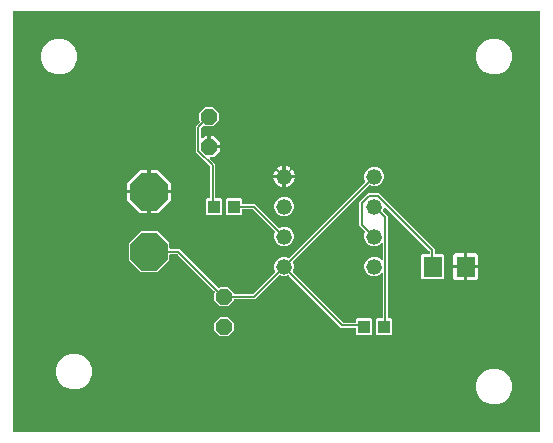
<source format=gbr>
G04 EAGLE Gerber RS-274X export*
G75*
%MOMM*%
%FSLAX34Y34*%
%LPD*%
%INTop Copper*%
%IPPOS*%
%AMOC8*
5,1,8,0,0,1.08239X$1,22.5*%
G01*
%ADD10R,1.600000X1.800000*%
%ADD11P,3.409096X8X202.500000*%
%ADD12C,1.320800*%
%ADD13P,1.429621X8X292.500000*%
%ADD14R,1.000000X1.100000*%
%ADD15C,0.152400*%

G36*
X469920Y37342D02*
X469920Y37342D01*
X469939Y37340D01*
X470041Y37362D01*
X470143Y37379D01*
X470160Y37388D01*
X470180Y37392D01*
X470269Y37445D01*
X470360Y37494D01*
X470374Y37508D01*
X470391Y37518D01*
X470458Y37597D01*
X470530Y37672D01*
X470538Y37690D01*
X470551Y37705D01*
X470590Y37801D01*
X470633Y37895D01*
X470635Y37915D01*
X470643Y37933D01*
X470661Y38100D01*
X470661Y393700D01*
X470658Y393720D01*
X470660Y393739D01*
X470638Y393841D01*
X470622Y393943D01*
X470612Y393960D01*
X470608Y393980D01*
X470555Y394069D01*
X470506Y394160D01*
X470492Y394174D01*
X470482Y394191D01*
X470403Y394258D01*
X470328Y394330D01*
X470310Y394338D01*
X470295Y394351D01*
X470199Y394390D01*
X470105Y394433D01*
X470085Y394435D01*
X470067Y394443D01*
X469900Y394461D01*
X25400Y394461D01*
X25380Y394458D01*
X25361Y394460D01*
X25259Y394438D01*
X25157Y394422D01*
X25140Y394412D01*
X25120Y394408D01*
X25031Y394355D01*
X24940Y394306D01*
X24926Y394292D01*
X24909Y394282D01*
X24842Y394203D01*
X24771Y394128D01*
X24762Y394110D01*
X24749Y394095D01*
X24710Y393999D01*
X24667Y393905D01*
X24665Y393885D01*
X24657Y393867D01*
X24639Y393700D01*
X24639Y38100D01*
X24642Y38080D01*
X24640Y38061D01*
X24662Y37959D01*
X24679Y37857D01*
X24688Y37840D01*
X24692Y37820D01*
X24745Y37731D01*
X24794Y37640D01*
X24808Y37626D01*
X24818Y37609D01*
X24897Y37542D01*
X24972Y37471D01*
X24990Y37462D01*
X25005Y37449D01*
X25101Y37410D01*
X25195Y37367D01*
X25215Y37365D01*
X25233Y37357D01*
X25400Y37339D01*
X469900Y37339D01*
X469920Y37342D01*
G37*
%LPC*%
G36*
X316068Y119975D02*
X316068Y119975D01*
X315175Y120868D01*
X315175Y124968D01*
X315172Y124988D01*
X315174Y125007D01*
X315152Y125109D01*
X315136Y125211D01*
X315126Y125228D01*
X315122Y125248D01*
X315069Y125337D01*
X315020Y125428D01*
X315006Y125442D01*
X314996Y125459D01*
X314917Y125526D01*
X314842Y125598D01*
X314824Y125606D01*
X314809Y125619D01*
X314713Y125658D01*
X314619Y125701D01*
X314599Y125703D01*
X314581Y125711D01*
X314414Y125729D01*
X302329Y125729D01*
X257935Y170123D01*
X257841Y170190D01*
X257747Y170261D01*
X257740Y170263D01*
X257735Y170266D01*
X257625Y170301D01*
X257513Y170337D01*
X257506Y170337D01*
X257500Y170339D01*
X257384Y170336D01*
X257267Y170335D01*
X257259Y170333D01*
X257255Y170332D01*
X257237Y170326D01*
X257106Y170288D01*
X255617Y169671D01*
X252383Y169671D01*
X250535Y170437D01*
X250422Y170463D01*
X250308Y170492D01*
X250302Y170491D01*
X250296Y170493D01*
X250179Y170482D01*
X250063Y170473D01*
X250057Y170470D01*
X250051Y170470D01*
X249943Y170422D01*
X249837Y170376D01*
X249831Y170372D01*
X249826Y170370D01*
X249812Y170357D01*
X249706Y170272D01*
X229547Y150113D01*
X212090Y150113D01*
X212070Y150110D01*
X212051Y150112D01*
X211949Y150090D01*
X211847Y150074D01*
X211830Y150064D01*
X211810Y150060D01*
X211721Y150007D01*
X211630Y149958D01*
X211616Y149944D01*
X211599Y149934D01*
X211532Y149855D01*
X211460Y149780D01*
X211452Y149762D01*
X211439Y149747D01*
X211400Y149651D01*
X211357Y149557D01*
X211355Y149537D01*
X211347Y149519D01*
X211329Y149352D01*
X211329Y149033D01*
X206567Y144271D01*
X199833Y144271D01*
X195071Y149033D01*
X195071Y155769D01*
X195126Y155854D01*
X195186Y155938D01*
X195192Y155957D01*
X195203Y155974D01*
X195228Y156074D01*
X195259Y156173D01*
X195258Y156193D01*
X195263Y156213D01*
X195255Y156316D01*
X195252Y156419D01*
X195246Y156438D01*
X195244Y156458D01*
X195204Y156553D01*
X195168Y156650D01*
X195156Y156666D01*
X195148Y156684D01*
X195043Y156815D01*
X163868Y187990D01*
X163794Y188043D01*
X163724Y188103D01*
X163694Y188115D01*
X163668Y188134D01*
X163581Y188161D01*
X163496Y188195D01*
X163455Y188199D01*
X163433Y188206D01*
X163401Y188205D01*
X163329Y188213D01*
X157734Y188213D01*
X157714Y188210D01*
X157695Y188212D01*
X157593Y188190D01*
X157491Y188174D01*
X157474Y188164D01*
X157454Y188160D01*
X157365Y188107D01*
X157274Y188058D01*
X157260Y188044D01*
X157243Y188034D01*
X157176Y187955D01*
X157104Y187880D01*
X157096Y187862D01*
X157083Y187847D01*
X157044Y187751D01*
X157001Y187657D01*
X156999Y187637D01*
X156991Y187619D01*
X156973Y187452D01*
X156973Y183345D01*
X146855Y173227D01*
X132545Y173227D01*
X122427Y183345D01*
X122427Y197655D01*
X132545Y207773D01*
X146855Y207773D01*
X156973Y197655D01*
X156973Y193548D01*
X156976Y193528D01*
X156974Y193509D01*
X156996Y193407D01*
X157012Y193305D01*
X157022Y193288D01*
X157026Y193268D01*
X157079Y193179D01*
X157128Y193088D01*
X157142Y193074D01*
X157152Y193057D01*
X157231Y192990D01*
X157306Y192918D01*
X157324Y192910D01*
X157339Y192897D01*
X157435Y192858D01*
X157529Y192815D01*
X157549Y192813D01*
X157567Y192805D01*
X157734Y192787D01*
X165539Y192787D01*
X198277Y160049D01*
X198293Y160037D01*
X198305Y160022D01*
X198393Y159966D01*
X198477Y159906D01*
X198496Y159900D01*
X198512Y159889D01*
X198613Y159864D01*
X198712Y159833D01*
X198732Y159834D01*
X198751Y159829D01*
X198854Y159837D01*
X198957Y159840D01*
X198976Y159846D01*
X198996Y159848D01*
X199091Y159888D01*
X199189Y159924D01*
X199204Y159937D01*
X199222Y159944D01*
X199353Y160049D01*
X199833Y160529D01*
X206567Y160529D01*
X211329Y155767D01*
X211329Y155448D01*
X211332Y155428D01*
X211330Y155409D01*
X211352Y155307D01*
X211368Y155205D01*
X211378Y155188D01*
X211382Y155168D01*
X211435Y155079D01*
X211484Y154988D01*
X211498Y154974D01*
X211508Y154957D01*
X211587Y154890D01*
X211662Y154818D01*
X211680Y154810D01*
X211695Y154797D01*
X211791Y154758D01*
X211885Y154715D01*
X211905Y154713D01*
X211923Y154705D01*
X212090Y154687D01*
X227337Y154687D01*
X227428Y154701D01*
X227518Y154709D01*
X227548Y154721D01*
X227580Y154726D01*
X227661Y154769D01*
X227745Y154805D01*
X227777Y154831D01*
X227798Y154842D01*
X227820Y154865D01*
X227876Y154910D01*
X246472Y173506D01*
X246539Y173600D01*
X246610Y173694D01*
X246612Y173700D01*
X246615Y173705D01*
X246649Y173816D01*
X246686Y173928D01*
X246686Y173934D01*
X246688Y173940D01*
X246685Y174057D01*
X246683Y174174D01*
X246681Y174181D01*
X246681Y174186D01*
X246675Y174204D01*
X246637Y174335D01*
X245871Y176183D01*
X245871Y179417D01*
X247109Y182405D01*
X249395Y184691D01*
X252383Y185929D01*
X255617Y185929D01*
X257465Y185163D01*
X257578Y185137D01*
X257692Y185108D01*
X257698Y185109D01*
X257704Y185107D01*
X257821Y185118D01*
X257937Y185127D01*
X257943Y185130D01*
X257949Y185130D01*
X258057Y185178D01*
X258163Y185224D01*
X258169Y185228D01*
X258174Y185230D01*
X258188Y185243D01*
X258294Y185328D01*
X322672Y249706D01*
X322739Y249800D01*
X322810Y249894D01*
X322812Y249900D01*
X322815Y249905D01*
X322849Y250016D01*
X322886Y250128D01*
X322886Y250134D01*
X322888Y250140D01*
X322885Y250257D01*
X322883Y250374D01*
X322881Y250381D01*
X322881Y250386D01*
X322875Y250404D01*
X322837Y250535D01*
X322071Y252383D01*
X322071Y255617D01*
X323309Y258605D01*
X325595Y260891D01*
X328583Y262129D01*
X331817Y262129D01*
X334805Y260891D01*
X337091Y258605D01*
X338329Y255617D01*
X338329Y252383D01*
X337091Y249395D01*
X334805Y247109D01*
X331817Y245871D01*
X328583Y245871D01*
X326735Y246637D01*
X326669Y246652D01*
X326640Y246664D01*
X326602Y246668D01*
X326508Y246692D01*
X326502Y246691D01*
X326496Y246693D01*
X326379Y246682D01*
X326263Y246673D01*
X326257Y246670D01*
X326251Y246670D01*
X326191Y246643D01*
X326189Y246643D01*
X326183Y246639D01*
X326143Y246622D01*
X326037Y246576D01*
X326031Y246572D01*
X326026Y246570D01*
X326012Y246557D01*
X325983Y246534D01*
X325972Y246528D01*
X325959Y246514D01*
X325906Y246472D01*
X261528Y182094D01*
X261461Y182000D01*
X261390Y181906D01*
X261388Y181900D01*
X261385Y181895D01*
X261351Y181784D01*
X261314Y181672D01*
X261314Y181666D01*
X261312Y181660D01*
X261315Y181543D01*
X261317Y181426D01*
X261319Y181419D01*
X261319Y181414D01*
X261325Y181396D01*
X261363Y181265D01*
X262129Y179417D01*
X262129Y176183D01*
X261215Y173976D01*
X261188Y173862D01*
X261159Y173749D01*
X261160Y173743D01*
X261158Y173737D01*
X261169Y173620D01*
X261178Y173504D01*
X261181Y173498D01*
X261181Y173492D01*
X261229Y173384D01*
X261275Y173277D01*
X261279Y173272D01*
X261281Y173267D01*
X261294Y173253D01*
X261380Y173146D01*
X304000Y130526D01*
X304074Y130473D01*
X304144Y130413D01*
X304174Y130401D01*
X304200Y130382D01*
X304287Y130355D01*
X304372Y130321D01*
X304413Y130317D01*
X304435Y130310D01*
X304467Y130311D01*
X304539Y130303D01*
X314414Y130303D01*
X314434Y130306D01*
X314453Y130304D01*
X314555Y130326D01*
X314657Y130342D01*
X314674Y130352D01*
X314694Y130356D01*
X314783Y130409D01*
X314874Y130458D01*
X314888Y130472D01*
X314905Y130482D01*
X314972Y130561D01*
X315044Y130636D01*
X315052Y130654D01*
X315065Y130669D01*
X315104Y130765D01*
X315147Y130859D01*
X315149Y130879D01*
X315157Y130897D01*
X315175Y131064D01*
X315175Y133132D01*
X316068Y134025D01*
X327332Y134025D01*
X328225Y133132D01*
X328225Y120868D01*
X327332Y119975D01*
X316068Y119975D01*
G37*
%LPD*%
%LPC*%
G36*
X333068Y119975D02*
X333068Y119975D01*
X332175Y120868D01*
X332175Y133132D01*
X333068Y134025D01*
X336804Y134025D01*
X336824Y134028D01*
X336843Y134026D01*
X336945Y134048D01*
X337047Y134064D01*
X337064Y134074D01*
X337084Y134078D01*
X337173Y134131D01*
X337264Y134180D01*
X337278Y134194D01*
X337295Y134204D01*
X337362Y134283D01*
X337434Y134358D01*
X337442Y134376D01*
X337455Y134391D01*
X337494Y134487D01*
X337537Y134581D01*
X337539Y134601D01*
X337547Y134619D01*
X337565Y134786D01*
X337565Y171832D01*
X337554Y171902D01*
X337552Y171974D01*
X337534Y172023D01*
X337526Y172074D01*
X337492Y172138D01*
X337467Y172205D01*
X337435Y172246D01*
X337410Y172292D01*
X337358Y172341D01*
X337314Y172397D01*
X337270Y172425D01*
X337232Y172461D01*
X337167Y172491D01*
X337107Y172530D01*
X337056Y172543D01*
X337009Y172565D01*
X336938Y172573D01*
X336868Y172590D01*
X336816Y172586D01*
X336765Y172592D01*
X336694Y172577D01*
X336623Y172571D01*
X336575Y172551D01*
X336524Y172540D01*
X336463Y172503D01*
X336397Y172475D01*
X336341Y172430D01*
X336313Y172413D01*
X336298Y172396D01*
X336266Y172370D01*
X334805Y170909D01*
X331817Y169671D01*
X328583Y169671D01*
X325595Y170909D01*
X323309Y173195D01*
X322071Y176183D01*
X322071Y179417D01*
X323309Y182405D01*
X325595Y184691D01*
X328583Y185929D01*
X331817Y185929D01*
X334805Y184691D01*
X336266Y183230D01*
X336324Y183188D01*
X336376Y183139D01*
X336423Y183117D01*
X336465Y183086D01*
X336534Y183065D01*
X336599Y183035D01*
X336651Y183029D01*
X336701Y183014D01*
X336772Y183016D01*
X336843Y183008D01*
X336894Y183019D01*
X336946Y183020D01*
X337014Y183045D01*
X337084Y183060D01*
X337129Y183087D01*
X337177Y183105D01*
X337233Y183150D01*
X337295Y183187D01*
X337329Y183226D01*
X337369Y183259D01*
X337408Y183319D01*
X337455Y183373D01*
X337474Y183422D01*
X337502Y183466D01*
X337520Y183535D01*
X337547Y183602D01*
X337555Y183673D01*
X337563Y183704D01*
X337561Y183727D01*
X337565Y183768D01*
X337565Y197232D01*
X337564Y197239D01*
X337564Y197241D01*
X337562Y197249D01*
X337554Y197302D01*
X337552Y197374D01*
X337534Y197423D01*
X337526Y197474D01*
X337492Y197538D01*
X337467Y197605D01*
X337435Y197646D01*
X337410Y197692D01*
X337358Y197741D01*
X337314Y197797D01*
X337270Y197825D01*
X337232Y197861D01*
X337167Y197891D01*
X337107Y197930D01*
X337056Y197943D01*
X337009Y197965D01*
X336938Y197973D01*
X336868Y197990D01*
X336816Y197986D01*
X336765Y197992D01*
X336694Y197977D01*
X336623Y197971D01*
X336575Y197951D01*
X336524Y197940D01*
X336463Y197903D01*
X336397Y197875D01*
X336341Y197830D01*
X336313Y197813D01*
X336298Y197796D01*
X336266Y197770D01*
X334805Y196309D01*
X331817Y195071D01*
X328583Y195071D01*
X325595Y196309D01*
X323309Y198595D01*
X322071Y201583D01*
X322071Y204817D01*
X322837Y206665D01*
X322863Y206778D01*
X322892Y206892D01*
X322891Y206898D01*
X322893Y206904D01*
X322882Y207021D01*
X322873Y207137D01*
X322870Y207143D01*
X322870Y207149D01*
X322822Y207257D01*
X322776Y207363D01*
X322772Y207369D01*
X322770Y207374D01*
X322757Y207388D01*
X322672Y207494D01*
X317753Y212413D01*
X317753Y232595D01*
X325189Y240031D01*
X334703Y240031D01*
X381763Y192971D01*
X381763Y189086D01*
X381766Y189066D01*
X381764Y189047D01*
X381786Y188945D01*
X381802Y188843D01*
X381812Y188826D01*
X381816Y188806D01*
X381869Y188717D01*
X381918Y188626D01*
X381932Y188612D01*
X381942Y188595D01*
X382021Y188528D01*
X382096Y188456D01*
X382114Y188448D01*
X382129Y188435D01*
X382225Y188396D01*
X382319Y188353D01*
X382339Y188351D01*
X382357Y188343D01*
X382524Y188325D01*
X388332Y188325D01*
X389225Y187432D01*
X389225Y168168D01*
X388332Y167275D01*
X371068Y167275D01*
X370175Y168168D01*
X370175Y187432D01*
X371068Y188325D01*
X376428Y188325D01*
X376448Y188328D01*
X376467Y188326D01*
X376569Y188348D01*
X376671Y188364D01*
X376688Y188374D01*
X376708Y188378D01*
X376797Y188431D01*
X376888Y188480D01*
X376902Y188494D01*
X376919Y188504D01*
X376986Y188583D01*
X377058Y188658D01*
X377066Y188676D01*
X377079Y188691D01*
X377118Y188787D01*
X377161Y188881D01*
X377163Y188901D01*
X377171Y188919D01*
X377189Y189086D01*
X377189Y190761D01*
X377175Y190852D01*
X377167Y190942D01*
X377155Y190972D01*
X377150Y191004D01*
X377107Y191085D01*
X377071Y191169D01*
X377045Y191201D01*
X377034Y191222D01*
X377011Y191244D01*
X376966Y191300D01*
X339628Y228638D01*
X339570Y228680D01*
X339518Y228729D01*
X339471Y228751D01*
X339429Y228781D01*
X339360Y228802D01*
X339295Y228833D01*
X339243Y228838D01*
X339193Y228854D01*
X339122Y228852D01*
X339051Y228860D01*
X339000Y228849D01*
X338948Y228847D01*
X338880Y228823D01*
X338810Y228808D01*
X338765Y228781D01*
X338717Y228763D01*
X338661Y228718D01*
X338599Y228681D01*
X338565Y228642D01*
X338525Y228609D01*
X338486Y228549D01*
X338439Y228494D01*
X338420Y228446D01*
X338392Y228402D01*
X338374Y228333D01*
X338347Y228266D01*
X338339Y228195D01*
X338331Y228164D01*
X338333Y228140D01*
X338329Y228100D01*
X338329Y226983D01*
X337712Y225494D01*
X337685Y225381D01*
X337657Y225267D01*
X337657Y225261D01*
X337656Y225255D01*
X337667Y225138D01*
X337676Y225022D01*
X337678Y225016D01*
X337679Y225010D01*
X337727Y224901D01*
X337772Y224796D01*
X337777Y224790D01*
X337779Y224785D01*
X337792Y224772D01*
X337877Y224665D01*
X342139Y220403D01*
X342139Y134786D01*
X342142Y134766D01*
X342140Y134747D01*
X342162Y134645D01*
X342178Y134543D01*
X342188Y134526D01*
X342192Y134506D01*
X342245Y134417D01*
X342294Y134326D01*
X342308Y134312D01*
X342318Y134295D01*
X342397Y134228D01*
X342472Y134156D01*
X342490Y134148D01*
X342505Y134135D01*
X342601Y134096D01*
X342695Y134053D01*
X342715Y134051D01*
X342733Y134043D01*
X342900Y134025D01*
X344332Y134025D01*
X345225Y133132D01*
X345225Y120868D01*
X344332Y119975D01*
X333068Y119975D01*
G37*
%LPD*%
%LPC*%
G36*
X189068Y221575D02*
X189068Y221575D01*
X188175Y222468D01*
X188175Y234732D01*
X189068Y235625D01*
X190500Y235625D01*
X190520Y235628D01*
X190539Y235626D01*
X190641Y235648D01*
X190743Y235664D01*
X190760Y235674D01*
X190780Y235678D01*
X190869Y235731D01*
X190960Y235780D01*
X190974Y235794D01*
X190991Y235804D01*
X191058Y235883D01*
X191130Y235958D01*
X191138Y235976D01*
X191151Y235991D01*
X191190Y236087D01*
X191233Y236181D01*
X191235Y236201D01*
X191243Y236219D01*
X191261Y236386D01*
X191261Y262389D01*
X191247Y262480D01*
X191239Y262570D01*
X191227Y262600D01*
X191222Y262632D01*
X191179Y262713D01*
X191143Y262797D01*
X191117Y262829D01*
X191106Y262850D01*
X191083Y262872D01*
X191038Y262928D01*
X179069Y274897D01*
X179069Y296603D01*
X182597Y300131D01*
X182609Y300147D01*
X182624Y300159D01*
X182680Y300247D01*
X182740Y300331D01*
X182746Y300350D01*
X182757Y300366D01*
X182782Y300467D01*
X182813Y300566D01*
X182812Y300586D01*
X182817Y300605D01*
X182809Y300708D01*
X182806Y300811D01*
X182800Y300830D01*
X182798Y300850D01*
X182758Y300945D01*
X182722Y301043D01*
X182709Y301058D01*
X182702Y301076D01*
X182597Y301207D01*
X182371Y301433D01*
X182371Y308167D01*
X187133Y312929D01*
X193867Y312929D01*
X198629Y308167D01*
X198629Y301433D01*
X193867Y296671D01*
X187133Y296671D01*
X186907Y296897D01*
X186891Y296909D01*
X186879Y296924D01*
X186792Y296980D01*
X186708Y297040D01*
X186689Y297046D01*
X186672Y297057D01*
X186571Y297082D01*
X186473Y297113D01*
X186453Y297112D01*
X186433Y297117D01*
X186330Y297109D01*
X186227Y297106D01*
X186208Y297100D01*
X186188Y297098D01*
X186093Y297058D01*
X185996Y297022D01*
X185980Y297010D01*
X185962Y297002D01*
X185831Y296897D01*
X183866Y294932D01*
X183813Y294858D01*
X183753Y294788D01*
X183741Y294758D01*
X183722Y294732D01*
X183695Y294645D01*
X183661Y294560D01*
X183657Y294519D01*
X183650Y294497D01*
X183651Y294465D01*
X183643Y294393D01*
X183643Y287313D01*
X183654Y287242D01*
X183656Y287171D01*
X183674Y287122D01*
X183682Y287070D01*
X183716Y287007D01*
X183741Y286940D01*
X183773Y286899D01*
X183798Y286853D01*
X183850Y286804D01*
X183894Y286748D01*
X183938Y286719D01*
X183976Y286684D01*
X184041Y286653D01*
X184101Y286615D01*
X184152Y286602D01*
X184199Y286580D01*
X184270Y286572D01*
X184340Y286555D01*
X184392Y286559D01*
X184443Y286553D01*
X184514Y286568D01*
X184585Y286574D01*
X184633Y286594D01*
X184684Y286605D01*
X184745Y286642D01*
X184811Y286670D01*
X184867Y286715D01*
X184895Y286731D01*
X184910Y286749D01*
X184942Y286775D01*
X186712Y288545D01*
X188977Y288545D01*
X188977Y280162D01*
X188979Y280149D01*
X188978Y280138D01*
X188979Y280133D01*
X188978Y280123D01*
X189000Y280021D01*
X189017Y279919D01*
X189026Y279902D01*
X189030Y279882D01*
X189083Y279793D01*
X189132Y279702D01*
X189146Y279688D01*
X189156Y279671D01*
X189235Y279604D01*
X189310Y279533D01*
X189328Y279524D01*
X189343Y279511D01*
X189439Y279473D01*
X189533Y279429D01*
X189553Y279427D01*
X189571Y279419D01*
X189738Y279401D01*
X190501Y279401D01*
X190501Y278638D01*
X190503Y278625D01*
X190502Y278616D01*
X190503Y278610D01*
X190502Y278599D01*
X190524Y278497D01*
X190541Y278395D01*
X190550Y278378D01*
X190554Y278358D01*
X190607Y278269D01*
X190656Y278178D01*
X190670Y278164D01*
X190680Y278147D01*
X190759Y278080D01*
X190834Y278009D01*
X190852Y278000D01*
X190867Y277987D01*
X190963Y277948D01*
X191057Y277905D01*
X191077Y277903D01*
X191095Y277895D01*
X191262Y277877D01*
X199645Y277877D01*
X199645Y275612D01*
X194288Y270255D01*
X192016Y270255D01*
X191946Y270244D01*
X191874Y270242D01*
X191825Y270224D01*
X191774Y270216D01*
X191710Y270182D01*
X191643Y270157D01*
X191602Y270125D01*
X191556Y270100D01*
X191507Y270048D01*
X191451Y270004D01*
X191423Y269960D01*
X191387Y269922D01*
X191357Y269857D01*
X191318Y269797D01*
X191305Y269746D01*
X191283Y269699D01*
X191275Y269628D01*
X191258Y269558D01*
X191262Y269506D01*
X191256Y269455D01*
X191271Y269384D01*
X191277Y269313D01*
X191297Y269265D01*
X191308Y269214D01*
X191345Y269153D01*
X191373Y269087D01*
X191418Y269031D01*
X191435Y269003D01*
X191452Y268988D01*
X191478Y268956D01*
X195835Y264599D01*
X195835Y236386D01*
X195838Y236366D01*
X195836Y236347D01*
X195858Y236245D01*
X195874Y236143D01*
X195884Y236126D01*
X195888Y236106D01*
X195941Y236017D01*
X195990Y235926D01*
X196004Y235912D01*
X196014Y235895D01*
X196093Y235828D01*
X196168Y235756D01*
X196186Y235748D01*
X196201Y235735D01*
X196297Y235696D01*
X196391Y235653D01*
X196411Y235651D01*
X196429Y235643D01*
X196596Y235625D01*
X200332Y235625D01*
X201225Y234732D01*
X201225Y222468D01*
X200332Y221575D01*
X189068Y221575D01*
G37*
%LPD*%
%LPC*%
G36*
X428784Y340439D02*
X428784Y340439D01*
X423212Y342747D01*
X418947Y347012D01*
X416639Y352584D01*
X416639Y358616D01*
X418947Y364188D01*
X423212Y368453D01*
X428784Y370761D01*
X434816Y370761D01*
X440388Y368453D01*
X444653Y364188D01*
X446961Y358616D01*
X446961Y352584D01*
X444653Y347012D01*
X440388Y342747D01*
X434816Y340439D01*
X428784Y340439D01*
G37*
%LPD*%
%LPC*%
G36*
X60484Y340439D02*
X60484Y340439D01*
X54912Y342747D01*
X50647Y347012D01*
X48339Y352584D01*
X48339Y358616D01*
X50647Y364188D01*
X54912Y368453D01*
X60484Y370761D01*
X66516Y370761D01*
X72088Y368453D01*
X76353Y364188D01*
X78661Y358616D01*
X78661Y352584D01*
X76353Y347012D01*
X72088Y342747D01*
X66516Y340439D01*
X60484Y340439D01*
G37*
%LPD*%
%LPC*%
G36*
X73184Y73739D02*
X73184Y73739D01*
X67612Y76047D01*
X63347Y80312D01*
X61039Y85884D01*
X61039Y91916D01*
X63347Y97488D01*
X67612Y101753D01*
X73184Y104061D01*
X79216Y104061D01*
X84788Y101753D01*
X89053Y97488D01*
X91361Y91916D01*
X91361Y85884D01*
X89053Y80312D01*
X84788Y76047D01*
X79216Y73739D01*
X73184Y73739D01*
G37*
%LPD*%
%LPC*%
G36*
X428784Y61039D02*
X428784Y61039D01*
X423212Y63347D01*
X418947Y67612D01*
X416639Y73184D01*
X416639Y79216D01*
X418947Y84788D01*
X423212Y89053D01*
X428784Y91361D01*
X434816Y91361D01*
X440388Y89053D01*
X444653Y84788D01*
X446961Y79216D01*
X446961Y73184D01*
X444653Y67612D01*
X440388Y63347D01*
X434816Y61039D01*
X428784Y61039D01*
G37*
%LPD*%
%LPC*%
G36*
X252383Y195071D02*
X252383Y195071D01*
X249395Y196309D01*
X247109Y198595D01*
X245871Y201583D01*
X245871Y204817D01*
X246637Y206665D01*
X246663Y206778D01*
X246692Y206892D01*
X246691Y206898D01*
X246693Y206904D01*
X246682Y207021D01*
X246673Y207137D01*
X246670Y207143D01*
X246670Y207149D01*
X246622Y207257D01*
X246576Y207363D01*
X246572Y207369D01*
X246570Y207374D01*
X246557Y207388D01*
X246472Y207494D01*
X227876Y226090D01*
X227802Y226143D01*
X227732Y226203D01*
X227702Y226215D01*
X227676Y226234D01*
X227589Y226261D01*
X227504Y226295D01*
X227463Y226299D01*
X227441Y226306D01*
X227409Y226305D01*
X227337Y226313D01*
X218986Y226313D01*
X218966Y226310D01*
X218947Y226312D01*
X218845Y226290D01*
X218743Y226274D01*
X218726Y226264D01*
X218706Y226260D01*
X218617Y226207D01*
X218526Y226158D01*
X218512Y226144D01*
X218495Y226134D01*
X218428Y226055D01*
X218356Y225980D01*
X218348Y225962D01*
X218335Y225947D01*
X218296Y225851D01*
X218253Y225757D01*
X218251Y225737D01*
X218243Y225719D01*
X218225Y225552D01*
X218225Y222468D01*
X217332Y221575D01*
X206068Y221575D01*
X205175Y222468D01*
X205175Y234732D01*
X206068Y235625D01*
X217332Y235625D01*
X218225Y234732D01*
X218225Y231648D01*
X218228Y231628D01*
X218226Y231609D01*
X218248Y231507D01*
X218264Y231405D01*
X218274Y231388D01*
X218278Y231368D01*
X218331Y231279D01*
X218380Y231188D01*
X218394Y231174D01*
X218404Y231157D01*
X218483Y231090D01*
X218558Y231018D01*
X218576Y231010D01*
X218591Y230997D01*
X218687Y230958D01*
X218781Y230915D01*
X218801Y230913D01*
X218819Y230905D01*
X218986Y230887D01*
X229547Y230887D01*
X249706Y210728D01*
X249800Y210661D01*
X249894Y210590D01*
X249900Y210588D01*
X249905Y210585D01*
X250016Y210551D01*
X250128Y210514D01*
X250134Y210514D01*
X250140Y210512D01*
X250257Y210515D01*
X250374Y210517D01*
X250381Y210519D01*
X250386Y210519D01*
X250404Y210525D01*
X250535Y210563D01*
X252383Y211329D01*
X255617Y211329D01*
X258605Y210091D01*
X260891Y207805D01*
X262129Y204817D01*
X262129Y201583D01*
X260891Y198595D01*
X258605Y196309D01*
X255617Y195071D01*
X252383Y195071D01*
G37*
%LPD*%
%LPC*%
G36*
X141223Y242823D02*
X141223Y242823D01*
X141223Y259589D01*
X147275Y259589D01*
X157989Y248875D01*
X157989Y242823D01*
X141223Y242823D01*
G37*
%LPD*%
%LPC*%
G36*
X121411Y242823D02*
X121411Y242823D01*
X121411Y248875D01*
X132125Y259589D01*
X138177Y259589D01*
X138177Y242823D01*
X121411Y242823D01*
G37*
%LPD*%
%LPC*%
G36*
X141223Y223011D02*
X141223Y223011D01*
X141223Y239777D01*
X157989Y239777D01*
X157989Y233725D01*
X147275Y223011D01*
X141223Y223011D01*
G37*
%LPD*%
%LPC*%
G36*
X132125Y223011D02*
X132125Y223011D01*
X121411Y233725D01*
X121411Y239777D01*
X138177Y239777D01*
X138177Y223011D01*
X132125Y223011D01*
G37*
%LPD*%
%LPC*%
G36*
X199833Y118871D02*
X199833Y118871D01*
X195071Y123633D01*
X195071Y130367D01*
X199833Y135129D01*
X206567Y135129D01*
X211329Y130367D01*
X211329Y123633D01*
X206567Y118871D01*
X199833Y118871D01*
G37*
%LPD*%
%LPC*%
G36*
X252383Y220471D02*
X252383Y220471D01*
X249395Y221709D01*
X247109Y223995D01*
X245871Y226983D01*
X245871Y230217D01*
X247109Y233205D01*
X249395Y235491D01*
X252383Y236729D01*
X255617Y236729D01*
X258605Y235491D01*
X260891Y233205D01*
X262129Y230217D01*
X262129Y226983D01*
X260891Y223995D01*
X258605Y221709D01*
X255617Y220471D01*
X252383Y220471D01*
G37*
%LPD*%
%LPC*%
G36*
X409223Y179323D02*
X409223Y179323D01*
X409223Y189341D01*
X416034Y189341D01*
X416681Y189168D01*
X417260Y188833D01*
X417733Y188360D01*
X418068Y187781D01*
X418241Y187134D01*
X418241Y179323D01*
X409223Y179323D01*
G37*
%LPD*%
%LPC*%
G36*
X397159Y179323D02*
X397159Y179323D01*
X397159Y187134D01*
X397332Y187781D01*
X397667Y188360D01*
X398140Y188833D01*
X398719Y189168D01*
X399366Y189341D01*
X406177Y189341D01*
X406177Y179323D01*
X397159Y179323D01*
G37*
%LPD*%
%LPC*%
G36*
X409223Y166259D02*
X409223Y166259D01*
X409223Y176277D01*
X418241Y176277D01*
X418241Y168466D01*
X418068Y167819D01*
X417733Y167240D01*
X417260Y166767D01*
X416681Y166432D01*
X416034Y166259D01*
X409223Y166259D01*
G37*
%LPD*%
%LPC*%
G36*
X399366Y166259D02*
X399366Y166259D01*
X398719Y166432D01*
X398140Y166767D01*
X397667Y167240D01*
X397332Y167819D01*
X397159Y168466D01*
X397159Y176277D01*
X406177Y176277D01*
X406177Y166259D01*
X399366Y166259D01*
G37*
%LPD*%
%LPC*%
G36*
X192023Y280923D02*
X192023Y280923D01*
X192023Y288545D01*
X194288Y288545D01*
X199645Y283188D01*
X199645Y280923D01*
X192023Y280923D01*
G37*
%LPD*%
%LPC*%
G36*
X255523Y255523D02*
X255523Y255523D01*
X255523Y263021D01*
X256667Y262793D01*
X258332Y262104D01*
X259830Y261103D01*
X261103Y259830D01*
X262104Y258332D01*
X262793Y256667D01*
X263021Y255523D01*
X255523Y255523D01*
G37*
%LPD*%
%LPC*%
G36*
X244979Y255523D02*
X244979Y255523D01*
X245207Y256667D01*
X245896Y258332D01*
X246897Y259830D01*
X248170Y261103D01*
X249668Y262104D01*
X251333Y262793D01*
X252477Y263021D01*
X252477Y255523D01*
X244979Y255523D01*
G37*
%LPD*%
%LPC*%
G36*
X255523Y252477D02*
X255523Y252477D01*
X263021Y252477D01*
X262793Y251333D01*
X262104Y249668D01*
X261103Y248170D01*
X259830Y246897D01*
X258332Y245896D01*
X256667Y245207D01*
X255523Y244979D01*
X255523Y252477D01*
G37*
%LPD*%
%LPC*%
G36*
X251333Y245207D02*
X251333Y245207D01*
X249668Y245896D01*
X248170Y246897D01*
X246897Y248170D01*
X245896Y249668D01*
X245207Y251333D01*
X244979Y252477D01*
X252477Y252477D01*
X252477Y244979D01*
X251333Y245207D01*
G37*
%LPD*%
%LPC*%
G36*
X253999Y253999D02*
X253999Y253999D01*
X253999Y254001D01*
X254001Y254001D01*
X254001Y253999D01*
X253999Y253999D01*
G37*
%LPD*%
%LPC*%
G36*
X139699Y241299D02*
X139699Y241299D01*
X139699Y241301D01*
X139701Y241301D01*
X139701Y241299D01*
X139699Y241299D01*
G37*
%LPD*%
%LPC*%
G36*
X407699Y177799D02*
X407699Y177799D01*
X407699Y177801D01*
X407701Y177801D01*
X407701Y177799D01*
X407699Y177799D01*
G37*
%LPD*%
D10*
X379700Y177800D03*
X407700Y177800D03*
D11*
X139700Y241300D03*
X139700Y190500D03*
D12*
X254000Y254000D03*
X254000Y228600D03*
X330200Y228600D03*
X330200Y254000D03*
X254000Y203200D03*
X254000Y177800D03*
X330200Y203200D03*
X330200Y177800D03*
D13*
X203200Y152400D03*
X203200Y127000D03*
X190500Y304800D03*
X190500Y279400D03*
D14*
X338700Y127000D03*
X321700Y127000D03*
X194700Y228600D03*
X211700Y228600D03*
D15*
X339852Y219456D02*
X339852Y128016D01*
X339852Y219456D02*
X330708Y228600D01*
X339852Y128016D02*
X338700Y127000D01*
X330708Y228600D02*
X330200Y228600D01*
X379476Y192024D02*
X379476Y178308D01*
X379476Y192024D02*
X333756Y237744D01*
X326136Y237744D01*
X320040Y231648D01*
X320040Y213360D01*
X330200Y203200D01*
X379476Y178308D02*
X379700Y177800D01*
X228600Y228600D02*
X211700Y228600D01*
X228600Y228600D02*
X254000Y203200D01*
X193548Y228600D02*
X193548Y263652D01*
X181356Y275844D01*
X181356Y295656D01*
X190500Y304800D01*
X193548Y228600D02*
X194700Y228600D01*
X303276Y128016D02*
X321564Y128016D01*
X303276Y128016D02*
X254508Y176784D01*
X321564Y128016D02*
X321700Y127000D01*
X254508Y176784D02*
X254000Y177800D01*
X228600Y152400D02*
X203200Y152400D01*
X228600Y152400D02*
X254000Y177800D01*
X330200Y254000D01*
X164592Y190500D02*
X139700Y190500D01*
X164592Y190500D02*
X202692Y152400D01*
X203200Y152400D01*
X406908Y178308D02*
X406908Y190500D01*
X333756Y263652D01*
X263652Y263652D01*
X254000Y254000D01*
X406908Y178308D02*
X407700Y177800D01*
X228600Y278892D02*
X190500Y278892D01*
X228600Y278892D02*
X252984Y254508D01*
X190500Y278892D02*
X190500Y279400D01*
X252984Y254508D02*
X254000Y254000D01*
M02*

</source>
